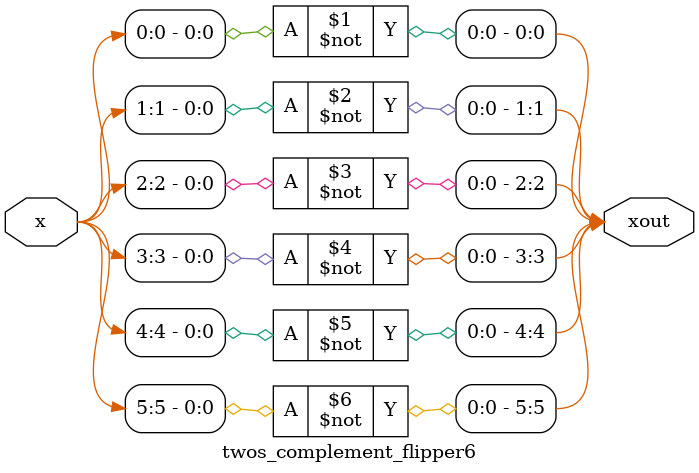
<source format=v>
module twos_complement_flipper6(x, xout);
	input [5:0] x;
	output [5:0] xout;
	not notter0(xout[0], x[0]);
	not notter1(xout[1], x[1]);
	not notter2(xout[2], x[2]);
	not notter3(xout[3], x[3]);
	not notter4(xout[4], x[4]);
	not notter5(xout[5], x[5]);

endmodule
</source>
